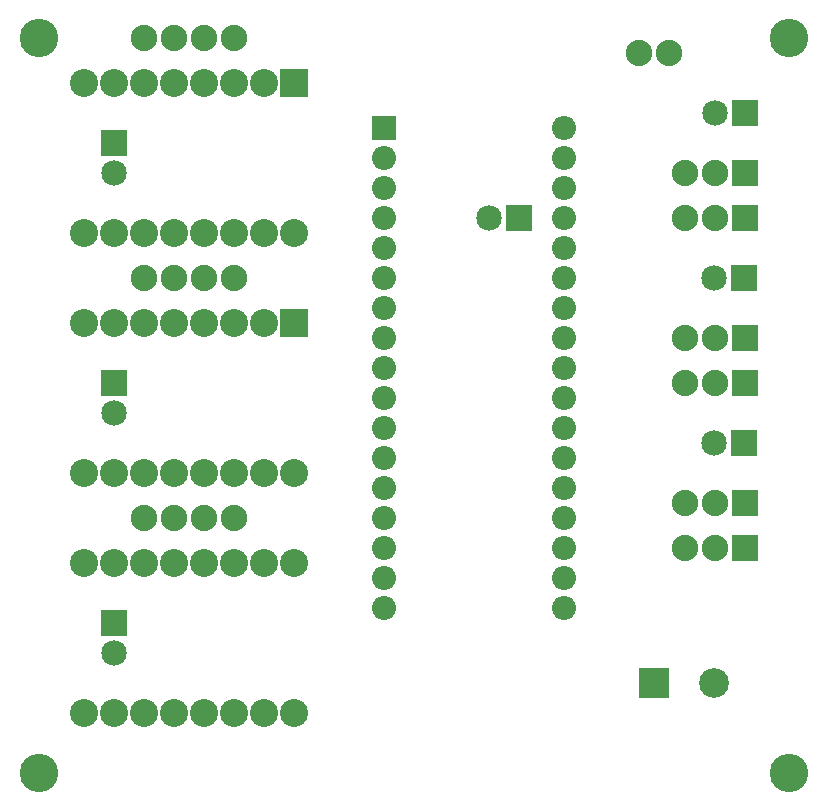
<source format=gbs>
G04 MADE WITH FRITZING*
G04 WWW.FRITZING.ORG*
G04 DOUBLE SIDED*
G04 HOLES PLATED*
G04 CONTOUR ON CENTER OF CONTOUR VECTOR*
%ASAXBY*%
%FSLAX23Y23*%
%MOIN*%
%OFA0B0*%
%SFA1.0B1.0*%
%ADD10C,0.085000*%
%ADD11C,0.093307*%
%ADD12C,0.099213*%
%ADD13C,0.088000*%
%ADD14C,0.080555*%
%ADD15C,0.080583*%
%ADD16C,0.128110*%
%ADD17R,0.085000X0.085000*%
%ADD18R,0.093307X0.093307*%
%ADD19R,0.099213X0.099213*%
%ADD20R,0.080570X0.080542*%
%ADD21R,0.088000X0.088000*%
%ADD22C,0.030000*%
%LNMASK0*%
G90*
G70*
G54D10*
X1719Y2002D03*
X1619Y2002D03*
X369Y652D03*
X369Y552D03*
X369Y1452D03*
X369Y1352D03*
X369Y2252D03*
X369Y2152D03*
X2469Y1252D03*
X2369Y1252D03*
X2469Y1802D03*
X2369Y1802D03*
X2471Y2354D03*
X2371Y2354D03*
G54D11*
X969Y852D03*
X969Y352D03*
X869Y852D03*
X869Y352D03*
X769Y852D03*
X769Y352D03*
X669Y852D03*
X669Y352D03*
X569Y852D03*
X569Y352D03*
X469Y852D03*
X469Y352D03*
X369Y852D03*
X369Y352D03*
X269Y852D03*
X269Y352D03*
X969Y1652D03*
X969Y1152D03*
X869Y1652D03*
X869Y1152D03*
X769Y1652D03*
X769Y1152D03*
X669Y1652D03*
X669Y1152D03*
X569Y1652D03*
X569Y1152D03*
X469Y1652D03*
X469Y1152D03*
X369Y1652D03*
X369Y1152D03*
X269Y1652D03*
X269Y1152D03*
X969Y2452D03*
X969Y1952D03*
X869Y2452D03*
X869Y1952D03*
X769Y2452D03*
X769Y1952D03*
X669Y2452D03*
X669Y1952D03*
X569Y2452D03*
X569Y1952D03*
X469Y2452D03*
X469Y1952D03*
X369Y2452D03*
X369Y1952D03*
X269Y2452D03*
X269Y1952D03*
G54D12*
X2169Y452D03*
X2369Y452D03*
G54D13*
X2219Y2552D03*
X2119Y2552D03*
G54D14*
X1269Y2302D03*
X1269Y2202D03*
X1269Y2102D03*
X1269Y2002D03*
X1269Y1902D03*
X1269Y1802D03*
X1269Y1702D03*
X1269Y1602D03*
X1269Y1502D03*
G54D15*
X1269Y1402D03*
X1269Y1302D03*
X1269Y1202D03*
G54D14*
X1269Y1102D03*
X1269Y1002D03*
G54D15*
X1269Y902D03*
X1269Y802D03*
X1269Y702D03*
G54D14*
X1869Y2302D03*
X1869Y2202D03*
X1869Y2102D03*
X1869Y2002D03*
X1869Y1902D03*
X1869Y1802D03*
X1869Y1502D03*
G54D15*
X1869Y1402D03*
G54D14*
X1869Y1602D03*
X1869Y1702D03*
G54D15*
X1869Y1302D03*
X1869Y1202D03*
G54D14*
X1869Y1102D03*
X1869Y1002D03*
G54D15*
X1869Y902D03*
X1869Y802D03*
X1869Y702D03*
G54D13*
X2471Y1454D03*
X2371Y1454D03*
X2271Y1454D03*
X2471Y904D03*
X2371Y904D03*
X2271Y904D03*
X2471Y1054D03*
X2371Y1054D03*
X2271Y1054D03*
X2471Y1604D03*
X2371Y1604D03*
X2271Y1604D03*
X2471Y2004D03*
X2371Y2004D03*
X2271Y2004D03*
X2471Y2154D03*
X2371Y2154D03*
X2271Y2154D03*
G54D16*
X2619Y2602D03*
X119Y2602D03*
X119Y152D03*
X2619Y152D03*
G54D13*
X769Y2602D03*
X669Y2602D03*
X569Y2602D03*
X469Y2602D03*
X769Y1802D03*
X669Y1802D03*
X569Y1802D03*
X469Y1802D03*
X769Y1002D03*
X669Y1002D03*
X569Y1002D03*
X469Y1002D03*
G54D17*
X1719Y2002D03*
X369Y652D03*
X369Y1452D03*
X369Y2252D03*
X2469Y1252D03*
X2469Y1802D03*
X2471Y2354D03*
G54D18*
X969Y1652D03*
X969Y2452D03*
G54D19*
X2169Y452D03*
G54D20*
X1269Y2302D03*
G54D21*
X2471Y1454D03*
X2471Y904D03*
X2471Y1054D03*
X2471Y1604D03*
X2471Y2004D03*
X2471Y2154D03*
G54D22*
G36*
X1001Y821D02*
X938Y821D01*
X938Y884D01*
X1001Y884D01*
X1001Y821D01*
G37*
D02*
G04 End of Mask0*
M02*
</source>
